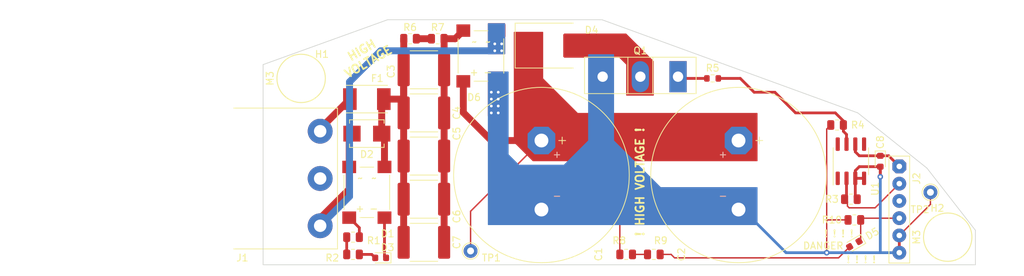
<source format=kicad_pcb>
(kicad_pcb (version 20211014) (generator pcbnew)
  (layers (0 "F.Cu" signal) (31 "B.Cu" signal) (34 "B.Paste" user) (35 "F.Paste" user) (36 "B.SilkS" user "B.Silkscreen") (37 "F.SilkS" user "F.Silkscreen") (38 "B.Mask" user) (39 "F.Mask" user) (44 "Edge.Cuts" user))
  (net 0 "")
  (net 1 "+VDC")
  (net 2 "GND")
  (net 3 "LINE")
  (net 4 "VAC")
  (net 5 "+12V")
  (net 6 "Net-(D1-Pad1)")
  (net 7 "Net-(D1-Pad2)")
  (net 8 "NEUT")
  (net 9 "Net-(D4-Pad2)")
  (net 10 "/IsCharged")
  (net 11 "Net-(D5-Pad2)")
  (net 12 "Net-(F1-Pad1)")
  (net 14 "/Command_{Kick}")
  (net 17 "Net-(Q1-Pad1)")
  (net 20 "Net-(D3-Pad2)")
  (net 21 "Net-(R1-Pad2)")
  (net 22 "Net-(R4-Pad1)")
  (net 23 "Net-(R6-Pad2)")
  (net 24 "Net-(R8-Pad2)")
  (footprint "Resistor_SMD:R_0805_2012Metric" (layer "F.Cu") (at 186 130.75 180)
    (fp_text reference "R4" (at -3 0) (layer "F.SilkS"))
    (fp_text value "510k")
    (fp_line (start -0.227064 -0.735) (end 0.227064 -0.735) (layer "F.SilkS") (width 0.12))
    (fp_line (start -0.227064 0.735) (end 0.227064 0.735) (layer "F.SilkS") (width 0.12))
    (pad "1" smd roundrect (at -0.9125 0 180) (size 1.025 1.4) (layers "F.Cu" "F.Paste" "F.Mask") (roundrect_rratio 0.243902439) (net 22 "Net-(R4-Pad1)"))
    (pad "2" smd roundrect (at 0.9125 0 180) (size 1.025 1.4) (layers "F.Cu" "F.Paste" "F.Mask") (roundrect_rratio 0.243902439) (net 2 "GND"))
  )
  (footprint "TestPoint:TestPoint_THTPad_D2.0mm_Drill1.0mm" (layer "F.Cu") (at 133 149)
    (fp_text reference "TP1" (at 3 1) (layer "F.SilkS"))
    (fp_text value "+HV")
    (fp_circle (center 0 0) (end 0 1.2) (layer "F.SilkS") (width 0.12) (fill none))
    (pad "1" thru_hole circle (at 0 0) (size 2 2) (drill 1) (layers *.Cu *.Mask) (net 1 "+VDC"))
  )
  (footprint "MountingHole:MountingHole_3.2mm_M3" (layer "F.Cu") (at 202 147)
    (fp_text reference "H2" (at -1.5 -4.2) (layer "F.SilkS"))
    (fp_text value "MountingHole")
    (pad "" np_thru_hole circle (at 0 0) (size 3.2 3.2) (drill 3.2) (layers *.Cu *.Mask))
  )
  (footprint "AT-Capacitors:CKG57N" (layer "F.Cu") (at 126.25 122.75)
    (fp_text reference "C3" (at -4.75 0.25 90) (layer "F.SilkS"))
    (fp_text value "CKG57NX7T2W225M500JH")
    (fp_line (start -2 -2.75) (end 2 -2.75) (layer "F.SilkS") (width 0.12))
    (fp_line (start -2 2.75) (end 2 2.75) (layer "F.SilkS") (width 0.12))
    (pad "1" smd roundrect (at -2.925 0) (size 1.75 4.75) (layers "F.Cu" "F.Paste" "F.Mask") (roundrect_rratio 0.1388891429) (net 3 "LINE"))
    (pad "2" smd roundrect (at 2.925 0) (size 1.75 4.75) (layers "F.Cu" "F.Paste" "F.Mask") (roundrect_rratio 0.1388891429) (net 4 "VAC"))
  )
  (footprint "Package_SO:SOIC-8_3.9x4.9mm_P1.27mm" (layer "F.Cu") (at 188 136 90)
    (fp_text reference "U1" (at -4 3.5 90) (layer "F.SilkS"))
    (fp_text value "IX4427")
    (fp_line (start 0 2.56) (end -1.95 2.56) (layer "F.SilkS") (width 0.12))
    (fp_line (start 0 2.56) (end 1.95 2.56) (layer "F.SilkS") (width 0.12))
    (fp_line (start 0 -2.56) (end 1.95 -2.56) (layer "F.SilkS") (width 0.12))
    (fp_line (start 0 -2.56) (end -3.45 -2.56) (layer "F.SilkS") (width 0.12))
    (pad "1" smd roundrect (at -2.475 -1.905 90) (size 1.95 0.6) (layers "F.Cu" "F.Paste" "F.Mask"))
    (pad "2" smd roundrect (at -2.475 -0.635 90) (size 1.95 0.6) (layers "F.Cu" "F.Paste" "F.Mask") (net 14 "/Command_{Kick}"))
    (pad "3" smd roundrect (at -2.475 0.635 90) (size 1.95 0.6) (layers "F.Cu" "F.Paste" "F.Mask") (net 2 "GND"))
    (pad "4" smd roundrect (at -2.475 1.905 90) (size 1.95 0.6) (layers "F.Cu" "F.Paste" "F.Mask") (net 2 "GND"))
    (pad "5" smd roundrect (at 2.475 1.905 90) (size 1.95 0.6) (layers "F.Cu" "F.Paste" "F.Mask"))
    (pad "6" smd roundrect (at 2.475 0.635 90) (size 1.95 0.6) (layers "F.Cu" "F.Paste" "F.Mask") (net 5 "+12V"))
    (pad "7" smd roundrect (at 2.475 -0.635 90) (size 1.95 0.6) (layers "F.Cu" "F.Paste" "F.Mask") (net 22 "Net-(R4-Pad1)"))
    (pad "8" smd roundrect (at 2.475 -1.905 90) (size 1.95 0.6) (layers "F.Cu" "F.Paste" "F.Mask"))
  )
  (footprint "MountingHole:MountingHole_3.2mm_M3" (layer "F.Cu") (at 108.5 124)
    (fp_text reference "H1" (at 3 -3.5) (layer "F.SilkS"))
    (fp_text value "MountingHole")
    (pad "" np_thru_hole circle (at 0 0) (size 3.2 3.2) (drill 3.2) (layers *.Cu *.Mask))
  )
  (footprint "Resistor_SMD:R_0805_2012Metric" (layer "F.Cu") (at 155.5 149.5)
    (fp_text reference "R8" (at -1 -2) (layer "F.SilkS"))
    (fp_text value "510k")
    (fp_line (start -0.227064 -0.735) (end 0.227064 -0.735) (layer "F.SilkS") (width 0.12))
    (fp_line (start -0.227064 0.735) (end 0.227064 0.735) (layer "F.SilkS") (width 0.12))
    (pad "1" smd roundrect (at -0.9125 0) (size 1.025 1.4) (layers "F.Cu" "F.Paste" "F.Mask") (roundrect_rratio 0.243902439) (net 1 "+VDC"))
    (pad "2" smd roundrect (at 0.9125 0) (size 1.025 1.4) (layers "F.Cu" "F.Paste" "F.Mask") (roundrect_rratio 0.243902439) (net 24 "Net-(R8-Pad2)"))
  )
  (footprint "AT-Connectors:1x06_P2.5mm_ID0.8mm_OD2mm_TH" (layer "F.Cu") (at 195 143 -90)
    (fp_text reference "J2" (at -4.5 -2.5 -90) (layer "F.SilkS"))
    (fp_text value "~")
    (fp_line (start 7.75 -1.5) (end 7.75 1.5) (layer "F.SilkS") (width 0.12))
    (fp_line (start 7.75 -1.5) (end -7.75 -1.5) (layer "F.SilkS") (width 0.12))
    (fp_line (start -7.75 1.5) (end -7.75 -1.5) (layer "F.SilkS") (width 0.12))
    (fp_line (start 7.75 1.5) (end -7.75 1.5) (layer "F.SilkS") (width 0.12))
    (pad "1" thru_hole roundrect (at -6.25 0 90) (size 2 2) (drill 0.8) (layers *.Cu *.Mask) (roundrect_rratio 0) (chamfer_ratio 0.25) (chamfer top_left top_right bottom_left bottom_right) (net 5 "+12V"))
    (pad "2" thru_hole circle (at -3.75 0 90) (size 2 2) (drill 0.8) (layers *.Cu *.Mask) (net 14 "/Command_{Kick}"))
    (pad "3" thru_hole circle (at -1.25 0 90) (size 2 2) (drill 0.8) (layers *.Cu *.Mask))
    (pad "4" thru_hole circle (at 1.25 0 90) (size 2 2) (drill 0.8) (layers *.Cu *.Mask) (net 10 "/IsCharged"))
    (pad "5" thru_hole circle (at 3.75 0 90) (size 2 2) (drill 0.8) (layers *.Cu *.Mask) (net 2 "GND"))
    (pad "6" thru_hole circle (at 6.25 0 90) (size 2 2) (drill 0.8) (layers *.Cu *.Mask) (net 2 "GND"))
  )
  (footprint "AT-Capacitors:CKG57N" (layer "F.Cu") (at 126.25 129)
    (fp_text reference "C4" (at 4.75 0 90) (layer "F.SilkS"))
    (fp_text value "CKG57NX7T2W225M500JH")
    (fp_line (start -2 2.75) (end 2 2.75) (layer "F.SilkS") (width 0.12))
    (fp_line (start -2 -2.75) (end 2 -2.75) (layer "F.SilkS") (width 0.12))
    (pad "1" smd roundrect (at -2.925 0) (size 1.75 4.75) (layers "F.Cu" "F.Paste" "F.Mask") (roundrect_rratio 0.1388891429) (net 3 "LINE"))
    (pad "2" smd roundrect (at 2.925 0) (size 1.75 4.75) (layers "F.Cu" "F.Paste" "F.Mask") (roundrect_rratio 0.1388891429) (net 4 "VAC"))
  )
  (footprint "AT-IC:TBS" (layer "F.Cu") (at 134.5 120.75 180)
    (fp_text reference "D6" (at 1 -6 180) (layer "F.SilkS"))
    (fp_text value "TBS30M-TP")
    (fp_text user "~" (at 1 2 180 unlocked) (layer "F.SilkS"))
    (fp_text user "+" (at 1 -2.5 180 unlocked) (layer "F.SilkS"))
    (fp_text user "-" (at -1 -2.5 180 unlocked) (layer "F.SilkS"))
    (fp_text user "~" (at -1 2 180 unlocked) (layer "F.SilkS"))
    (fp_line (start 1 3.65) (end -1 3.65) (layer "F.SilkS") (width 0.12))
    (fp_line (start -3.3 2.5) (end -3.3 -2.5) (layer "F.SilkS") (width 0.12))
    (fp_line (start 3.3 -2.5) (end 3.3 2.5) (layer "F.SilkS") (width 0.12))
    (fp_line (start -1 -3.65) (end 1 -3.65) (layer "F.SilkS") (width 0.12))
    (pad "1" smd rect (at 2.55 -3.675 180) (size 2 1.8) (layers "F.Cu" "F.Paste" "F.Mask") (net 1 "+VDC"))
    (pad "2" smd rect (at -2.55 -3.675 180) (size 2 1.8) (layers "F.Cu" "F.Paste" "F.Mask") (net 2 "GND"))
    (pad "3" smd rect (at -2.55 3.675) (size 2 1.8) (layers "F.Cu" "F.Paste" "F.Mask") (net 8 "NEUT"))
    (pad "4" smd rect (at 2.55 3.675) (size 2 1.8) (layers "F.Cu" "F.Paste" "F.Mask") (net 4 "VAC"))
  )
  (footprint "Resistor_SMD:R_0805_2012Metric" (layer "F.Cu") (at 159.5 149.5)
    (fp_text reference "R9" (at 1 -2) (layer "F.SilkS"))
    (fp_text value "510k")
    (fp_line (start -0.227064 -0.735) (end 0.227064 -0.735) (layer "F.SilkS") (width 0.12))
    (fp_line (start -0.227064 0.735) (end 0.227064 0.735) (layer "F.SilkS") (width 0.12))
    (pad "1" smd roundrect (at -0.9125 0) (size 1.025 1.4) (layers "F.Cu" "F.Paste" "F.Mask") (roundrect_rratio 0.243902439) (net 24 "Net-(R8-Pad2)"))
    (pad "2" smd roundrect (at 0.9125 0) (size 1.025 1.4) (layers "F.Cu" "F.Paste" "F.Mask") (roundrect_rratio 0.243902439) (net 11 "Net-(D5-Pad2)"))
  )
  (footprint "Package_TO_SOT_THT:TO-247-3_Vertical" (layer "F.Cu") (at 163 123.75 180)
    (fp_text reference "Q1" (at 5.45 3.75) (layer "F.SilkS"))
    (fp_text value "IXXH110N65C4")
    (fp_line (start -2.62 2.82) (end 13.52 2.82) (layer "F.SilkS") (width 0.12))
    (fp_line (start -2.62 -2.451) (end 13.52 -2.451) (layer "F.SilkS") (width 0.12))
    (fp_line (start 3.646 -2.451) (end 3.646 2.82) (layer "F.SilkS") (width 0.12))
    (fp_line (start 7.255 -2.451) (end 7.255 2.82) (layer "F.SilkS") (width 0.12))
    (fp_line (start 13.52 -2.451) (end 13.52 2.82) (layer "F.SilkS") (width 0.12))
    (fp_line (start -2.62 -2.451) (end -2.62 2.82) (layer "F.SilkS") (width 0.12))
    (pad "1" thru_hole rect (at 0 0 180) (size 2.5 4.5) (drill 1.5) (layers *.Cu *.Mask) (net 17 "Net-(Q1-Pad1)"))
    (pad "2" thru_hole oval (at 5.45 0 180) (size 2.5 4.5) (drill 1.5) (layers *.Cu *.Mask) (net 9 "Net-(D4-Pad2)"))
    (pad "3" thru_hole oval (at 10.9 0 180) (size 2.5 4.5) (drill 1.5) (layers *.Cu *.Mask) (net 2 "GND"))
  )
  (footprint "LED_SMD:LED_0603_1608Metric" (layer "F.Cu") (at 192.25 136 -90)
    (fp_text reference "C8" (at -2.75 0 90) (layer "F.SilkS"))
    (fp_text value "1uF 35V")
    (fp_line (start -1.485 0.735) (end 0.8 0.735) (layer "F.SilkS") (width 0.12))
    (fp_line (start 0.8 -0.735) (end -1.485 -0.735) (layer "F.SilkS") (width 0.12))
    (fp_line (start -1.485 -0.735) (end -1.485 0.735) (layer "F.SilkS") (width 0.12))
    (pad "1" smd roundrect (at -0.7875 0 270) (size 0.875 0.95) (layers "F.Cu" "F.Paste" "F.Mask") (net 5 "+12V"))
    (pad "2" smd roundrect (at 0.7875 0 270) (size 0.875 0.95) (layers "F.Cu" "F.Paste" "F.Mask") (net 2 "GND"))
  )
  (footprint "AT-Connectors:6160.0003" (layer "F.Cu") (at 111.25 138.5 -90)
    (fp_text reference "J1" (at 11.5 11.25 180) (layer "F.SilkS"))
    (fp_text value "6160.0003")
    (fp_line (start -10.2 -2.5) (end 10.2 -2.5) (layer "F.SilkS") (width 0.12))
    (fp_line (start 10.2 -2.5) (end 10.2 12.5) (layer "F.SilkS") (width 0.12))
    (fp_line (start -10.2 12.5) (end -10.2 -2.5) (layer "F.SilkS") (width 0.12))
    (pad "G" thru_hole circle (at 0 0 270) (size 3.6 3.6) (drill 1.8) (layers *.Cu *.Mask))
    (pad "L" thru_hole circle (at -6.85 0 270) (size 3.6 3.6) (drill 1.8) (layers *.Cu *.Mask) (net 12 "Net-(F1-Pad1)"))
    (pad "N" thru_hole circle (at 6.85 0 270) (size 3.6 3.6) (drill 1.8) (layers *.Cu *.Mask) (net 8 "NEUT"))
  )
  (footprint "Resistor_SMD:R_0805_2012Metric" (layer "F.Cu") (at 188 141.5)
    (fp_text reference "R3" (at -2.75 0) (layer "F.SilkS"))
    (fp_text value "510k")
    (fp_line (start -0.227064 -0.735) (end 0.227064 -0.735) (layer "F.SilkS") (width 0.12))
    (fp_line (start -0.227064 0.735) (end 0.227064 0.735) (layer "F.SilkS") (width 0.12))
    (pad "1" smd roundrect (at -0.9125 0) (size 1.025 1.4) (layers "F.Cu" "F.Paste" "F.Mask") (roundrect_rratio 0.243902439) (net 14 "/Command_{Kick}"))
    (pad "2" smd roundrect (at 0.9125 0) (size 1.025 1.4) (layers "F.Cu" "F.Paste" "F.Mask") (roundrect_rratio 0.243902439) (net 2 "GND"))
  )
  (footprint "LED_SMD:LED_0603_1608Metric" (layer "F.Cu") (at 188.5 148 -150)
    (fp_text reference "D5" (at -3 0 30) (layer "F.SilkS"))
    (fp_text value "RED")
    (fp_line (start -1.485 0.735) (end 0.8 0.735) (layer "F.SilkS") (width 0.12))
    (fp_line (start -1.485 -0.735) (end -1.485 0.735) (layer "F.SilkS") (width 0.12))
    (fp_line (start 0.8 -0.735) (end -1.485 -0.735) (layer "F.SilkS") (width 0.12))
    (pad "1" smd roundrect (at -0.7875 0 210) (size 0.875 0.95) (layers "F.Cu" "F.Paste" "F.Mask") (net 10 "/IsCharged"))
    (pad "2" smd roundrect (at 0.7875 0 210) (size 0.875 0.95) (layers "F.Cu" "F.Paste" "F.Mask") (net 11 "Net-(D5-Pad2)"))
  )
  (footprint "AT-Capacitors:CKG57N" (layer "F.Cu") (at 126.25 147.75)
    (fp_text reference "C7" (at 4.75 0 90) (layer "F.SilkS"))
    (fp_text value "CKG57NX7T2W225M500JH")
    (fp_line (start -2 -2.75) (end 2 -2.75) (layer "F.SilkS") (width 0.12))
    (fp_line (start -2 2.75) (end 2 2.75) (layer "F.SilkS") (width 0.12))
    (pad "1" smd roundrect (at -2.925 0) (size 1.75 4.75) (layers "F.Cu" "F.Paste" "F.Mask") (roundrect_rratio 0.1388891429) (net 3 "LINE"))
    (pad "2" smd roundrect (at 2.925 0) (size 1.75 4.75) (layers "F.Cu" "F.Paste" "F.Mask") (roundrect_rratio 0.1388891429) (net 4 "VAC"))
  )
  (footprint "AT-Discrete:D_SMB_Non-Polar" (layer "F.Cu") (at 118 132)
    (fp_text reference "D2" (at 0 3 180) (layer "F.SilkS"))
    (fp_text value "SMBJ190CA/TR13")
    (fp_line (start -2.5 2) (end 2.5 2) (layer "F.SilkS") (width 0.12))
    (fp_line (start 2.5 2) (end 2.5 1.5) (layer "F.SilkS") (width 0.12))
    (fp_line (start -2.5 -2) (end -2.5 -1.5) (layer "F.SilkS") (width 0.12))
    (fp_line (start 2.5 -2) (end 2.5 -1.5) (layer "F.SilkS") (width 0.12))
    (fp_line (start -2.5 2) (end -2.5 1.5) (layer "F.SilkS") (width 0.12))
    (fp_line (start -2.5 -2) (end 2.5 -2) (layer "F.SilkS") (width 0.12))
    (pad "1" smd rect (at -2.15 0) (size 2.5 2.3) (layers "F.Cu" "F.Paste" "F.Mask") (net 8 "NEUT"))
    (pad "2" smd rect (at 2.15 0) (size 2.5 2.3) (layers "F.Cu" "F.Paste" "F.Mask") (net 3 "LINE"))
  )
  (footprint "AT-Capacitors:CKG57N" (layer "F.Cu") (at 126.25 135.25)
    (fp_text reference "C5" (at 4.75 -3.25 90) (layer "F.SilkS"))
    (fp_text value "CKG57NX7T2W225M500JH")
    (fp_line (start -2 2.75) (end 2 2.75) (layer "F.SilkS") (width 0.12))
    (fp_line (start -2 -2.75) (end 2 -2.75) (layer "F.SilkS") (width 0.12))
    (pad "1" smd roundrect (at -2.925 0) (size 1.75 4.75) (layers "F.Cu" "F.Paste" "F.Mask") (roundrect_rratio 0.1388891429) (net 3 "LINE"))
    (pad "2" smd roundrect (at 2.925 0) (size 1.75 4.75) (layers "F.Cu" "F.Paste" "F.Mask") (roundrect_rratio 0.1388891429) (net 4 "VAC"))
  )
  (footprint "Resistor_SMD:R_0805_2012Metric" (layer "F.Cu") (at 124.25 118.25)
    (fp_text reference "R6" (at 0 -1.65) (layer "F.SilkS"))
    (fp_text value "510k")
    (fp_line (start -0.227064 -0.735) (end 0.227064 -0.735) (layer "F.SilkS") (width 0.12))
    (fp_line (start -0.227064 0.735) (end 0.227064 0.735) (layer "F.SilkS") (width 0.12))
    (pad "1" smd roundrect (at -0.9125 0) (size 1.025 1.4) (layers "F.Cu" "F.Paste" "F.Mask") (roundrect_rratio 0.243902439) (net 3 "LINE"))
    (pad "2" smd roundrect (at 0.9125 0) (size 1.025 1.4) (layers "F.Cu" "F.Paste" "F.Mask") (roundrect_rratio 0.243902439) (net 23 "Net-(R6-Pad2)"))
  )
  (footprint "Resistor_SMD:R_0603_1608Metric" (layer "F.Cu") (at 168 124 180)
    (fp_text reference "R5" (at 0 1.5) (layer "F.SilkS"))
    (fp_text value "10")
    (fp_line (start -0.237258 -0.5225) (end 0.237258 -0.5225) (layer "F.SilkS") (width 0.12))
    (fp_line (start -0.237258 0.5225) (end 0.237258 0.5225) (layer "F.SilkS") (width 0.12))
    (pad "1" smd roundrect (at -0.825 0 180) (size 0.8 0.95) (layers "F.Cu" "F.Paste" "F.Mask") (net 22 "Net-(R4-Pad1)"))
    (pad "2" smd roundrect (at 0.825 0 180) (size 0.8 0.95) (layers "F.Cu" "F.Paste" "F.Mask") (net 17 "Net-(Q1-Pad1)"))
  )
  (footprint "TestPoint:TestPoint_THTPad_D2.0mm_Drill1.0mm" (layer "F.Cu") (at 199.5 140.5)
    (fp_text reference "TP2" (at -1.5 2.5) (layer "F.SilkS"))
    (fp_text value "GND")
    (fp_circle (center 0 0) (end 0 1.2) (layer "F.SilkS") (width 0.12) (fill none))
    (pad "1" thru_hole circle (at 0 0) (size 2 2) (drill 1) (layers *.Cu *.Mask) (net 2 "GND"))
  )
  (footprint "Resistor_SMD:R_0805_2012Metric" (layer "F.Cu") (at 116 147 180)
    (fp_text reference "R1" (at -3 -0.5) (layer "F.SilkS"))
    (fp_text value "510k")
    (fp_line (start -0.227064 0.735) (end 0.227064 0.735) (layer "F.SilkS") (width 0.12))
    (fp_line (start -0.227064 -0.735) (end 0.227064 -0.735) (layer "F.SilkS") (width 0.12))
    (pad "1" smd roundrect (at -0.9125 0 180) (size 1.025 1.4) (layers "F.Cu" "F.Paste" "F.Mask") (roundrect_rratio 0.243902439) (net 6 "Net-(D1-Pad1)"))
    (pad "2" smd roundrect (at 0.9125 0 180) (size 1.025 1.4) (layers "F.Cu" "F.Paste" "F.Mask") (roundrect_rratio 0.243902439) (net 21 "Net-(R1-Pad2)"))
  )
  (footprint "AT-Fuses:Fuse_2410_6125Metric" (layer "F.Cu") (at 118 127)
    (fp_text reference "F1" (at 1.5 -3 180) (layer "F.SilkS"))
    (fp_text value "TR1-2410TD1-5-R")
    (fp_line (start -3 -2) (end 3 -2) (layer "F.SilkS") (width 0.12))
    (fp_line (start -3 2) (end 3 2) (layer "F.SilkS") (width 0.12))
    (pad "1" smd rect (at -2.455 0) (size 1.96 3.15) (layers "F.Cu" "F.Paste" "F.Mask") (net 12 "Net-(F1-Pad1)"))
    (pad "2" smd rect (at 2.455 0) (size 1.96 3.15) (layers "F.Cu" "F.Paste" "F.Mask") (net 3 "LINE"))
  )
  (footprint "Resistor_SMD:R_0805_2012Metric" (layer "F.Cu") (at 128.25 118.25)
    (fp_text reference "R7" (at 0 -1.65) (layer "F.SilkS"))
    (fp_text value "510k")
    (fp_line (start -0.227064 0.735) (end 0.227064 0.735) (layer "F.SilkS") (width 0.12))
    (fp_line (start -0.227064 -0.735) (end 0.227064 -0.735) (layer "F.SilkS") (width 0.12))
    (pad "1" smd roundrect (at -0.9125 0) (size 1.025 1.4) (layers "F.Cu" "F.Paste" "F.Mask") (roundrect_rratio 0.243902439) (net 23 "Net-(R6-Pad2)"))
    (pad "2" smd roundrect (at 0.9125 0) (size 1.025 1.4) (layers "F.Cu" "F.Paste" "F.Mask") (roundrect_rratio 0.243902439) (net 4 "VAC"))
  )
  (footprint "Resistor_SMD:R_0805_2012Metric" (layer "F.Cu") (at 188.5 144.5 180)
    (fp_text reference "R10" (at 3.25 0) (layer "F.SilkS"))
    (fp_text value "16k")
    (fp_line (start -0.227064 -0.735) (end 0.227064 -0.735) (layer "F.SilkS") (width 0.12))
    (fp_line (start -0.227064 0.735) (end 0.227064 0.735) (layer "F.SilkS") (width 0.12))
    (pad "1" smd roundrect (at -0.9125 0 180) (size 1.025 1.4) (layers "F.Cu" "F.Paste" "F.Mask") (roundrect_rratio 0.243902439) (net 10 "/IsCharged"))
    (pad "2" smd roundrect (at 0.9125 0 180) (size 1.025 1.4) (layers "F.Cu" "F.Paste" "F.Mask") (roundrect_rratio 0.243902439) (net 2 "GND"))
  )
  (footprint "AT-Capacitors:CP_Radial_D25.40mm_P10.00mm" (layer "F.Cu") (at 143.25 138 -90)
    (fp_text reference "C1" (at 11.5 -8.25 90) (layer "F.SilkS"))
    (fp_text value "ESMQ201VSN102MQ35S")
    (fp_line (start -5.5 -3) (end -4.5 -3) (layer "F.SilkS") (width 0.12))
    (fp_line (start -5 -3.5) (end -5 -2.5) (layer "F.SilkS") (width 0.12))
    (fp_circle (center 0 0) (end 12.7 0) (layer "F.SilkS") (width 0.12) (fill none))
    (pad "1" thru_hole roundrect (at -5 0 270) (size 4 4) (drill 2) (layers *.Cu *.Mask) (roundrect_rratio 0) (chamfer_ratio 0.25) (chamfer top_left top_right bottom_left bottom_right) (net 1 "+VDC"))
    (pad "2" thru_hole circle (at 5 0 270) (size 4 4) (drill 2) (layers *.Cu *.Mask) (net 2 "GND"))
  )
  (footprint "LED_SMD:LED_0603_1608Metric" (layer "F.Cu") (at 120 150 180)
    (fp_text reference "D3" (at -1 1.5 180) (layer "F.SilkS"))
    (fp_text value "RED")
    (fp_line (start -1.485 0.735) (end 0.8 0.735) (layer "F.SilkS") (width 0.12))
    (fp_line (start -1.485 -0.735) (end -1.485 0.735) (layer "F.SilkS") (width 0.12))
    (fp_line (start 0.8 -0.735) (end -1.485 -0.735) (layer "F.SilkS") (width 0.12))
    (pad "1" smd roundrect (at -0.7875 0 180) (size 0.875 0.95) (layers "F.Cu" "F.Paste" "F.Mask") (net 7 "Net-(D1-Pad2)"))
    (pad "2" smd roundrect (at 0.7875 0 180) (size 0.875 0.95) (layers "F.Cu" "F.Paste" "F.Mask") (net 20 "Net-(D3-Pad2)"))
  )
  (footprint "Diode_SMD:D_SMC" (layer "F.Cu") (at 144.25 119.25)
    (fp_text reference "D4" (at 6.25 -2.25) (layer "F.SilkS"))
    (fp_text value "FR3G_R1_00001")
    (fp_line (start -4.8 -3.25) (end 3.6 -3.25) (layer "F.SilkS") (width 0.12))
    (fp_line (start -4.8 3.25) (end 3.6 3.25) (layer "F.SilkS") (width 0.12))
    (fp_line (start -4.8 3.25) (end -4.8 -3.25) (layer "F.SilkS") (width 0.12))
    (pad "1" smd rect (at -3.4 0 90) (size 3.3 2.5) (layers "F.Cu" "F.Paste" "F.Mask") (net 1 "+VDC"))
    (pad "2" smd rect (at 3.4 0 90) (size 3.3 2.5) (layers "F.Cu" "F.Paste" "F.Mask") (net 9 "Net-(D4-Pad2)"))
  )
  (footprint "AT-IC:TBS" (layer "F.Cu") (at 118 140.5 180)
    (fp_text reference "D1" (at -3 -6 180) (layer "F.SilkS"))
    (fp_text value "TBS30M-TP")
    (fp_text user "~" (at 1 2 180 unlocked) (layer "F.SilkS"))
    (fp_text user "+" (at 1 -2.5 180 unlocked) (layer "F.SilkS"))
    (fp_text user "~" (at -1 2 180 unlocked) (layer "F.SilkS"))
    (fp_text user "-" (at -1 -2.5 180 unlocked) (layer "F.SilkS"))
    (fp_line (start 3.3 -2.5) (end 3.3 2.5) (layer "F.SilkS") (width 0.12))
    (fp_line (start -3.3 2.5) (end -3.3 -2.5) (layer "F.SilkS") (width 0.12))
    (fp_line (start -1 -3.65) (end 1 -3.65) (layer "F.SilkS") (width 0.12))
    (fp_line (start 1 3.65) (end -1 3.65) (layer "F.SilkS") (width 0.12))
    (pad "1" smd rect (at 2.55 -3.675 180) (size 2 1.8) (layers "F.Cu" "F.Paste" "F.Mask") (net 6 "Net-(D1-Pad1)"))
    (pad "2" smd rect (at -2.55 -3.675 180) (size 2 1.8) (layers "F.Cu" "F.Paste" "F.Mask") (net 7 "Net-(D1-Pad2)"))
    (pad "3" smd rect (at -2.55 3.675) (size 2 1.8) (layers "F.Cu" "F.Paste" "F.Mask") (net 3 "LINE"))
    (pad "4" smd rect (at 2.55 3.675) (size 2 1.8) (layers "F.Cu" "F.Paste" "F.Mask") (net 8 "NEUT"))
  )
  (footprint "AT-Capacitors:CKG57N" (layer "F.Cu") (at 126.25 141.5)
    (fp_text reference "C6" (at 4.75 2.5 90) (layer "F.SilkS"))
    (fp_text value "CKG57NX7T2W225M500JH")
    (fp_line (start -2 2.75) (end 2 2.75) (layer "F.SilkS") (width 0.12))
    (fp_line (start -2 -2.75) (end 2 -2.75) (layer "F.SilkS") (width 0.12))
    (pad "1" smd roundrect (at -2.925 0) (size 1.75 4.75) (layers "F.Cu" "F.Paste" "F.Mask") (roundrect_rratio 0.1388891429) (net 3 "LINE"))
    (pad "2" smd roundrect (at 2.925 0) (size 1.75 4.75) (layers "F.Cu" "F.Paste" "F.Mask") (roundrect_rratio 0.1388891429) (net 4 "VAC"))
  )
  (footprint "Resistor_SMD:R_0805_2012Metric" (layer "F.Cu") (at 116 149.5)
    (fp_text reference "R2" (at -3 0.5) (layer "F.SilkS"))
    (fp_text value "510k")
    (fp_line (start -0.227064 -0.735) (end 0.227064 -0.735) (layer "F.SilkS") (width 0.12))
    (fp_line (start -0.227064 0.735) (end 0.227064 0.735) (layer "F.SilkS") (width 0.12))
    (pad "1" smd roundrect (at -0.9125 0) (size 1.025 1.4) (layers "F.Cu" "F.Paste" "F.Mask") (roundrect_rratio 0.243902439) (net 21 "Net-(R1-Pad2)"))
    (pad "2" smd roundrect (at 0.9125 0) (size 1.025 1.4) (layers "F.Cu" "F.Paste" "F.Mask") (roundrect_rratio 0.243902439) (net 20 "Net-(D3-Pad2)"))
  )
  (footprint "AT-Capacitors:CP_Radial_D25.40mm_P10.00mm" (layer "F.Cu") (at 171.75 138 -90)
    (fp_text reference "C2" (at 11.5 8.25 90) (layer "F.SilkS"))
    (fp_text value "ESMQ201VSN102MQ35S")
    (fp_line (start -5 -3.5) (end -5 -2.5) (layer "F.SilkS") (width 0.12))
    (fp_line (start -5.5 -3) (end -4.5 -3) (layer "F.SilkS") (width 0.12))
    (fp_circle (center 0 0) (end 12.7 0) (layer "F.SilkS") (width 0.12) (fill none))
    (pad "1" thru_hole roundrect (at -5 0 270) (size 4 4) (drill 2) (layers *.Cu *.Mask) (roundrect_rratio 0) (chamfer_ratio 0.25) (chamfer top_left top_right bottom_left bottom_right) (net 1 "+VDC"))
    (pad "2" thru_hole circle (at 5 0 270) (size 4 4) (drill 2) (layers *.Cu *.Mask) (net 2 "GND"))
  )
  (gr_circle (center 202 147) (end 198.5 147) (layer "F.SilkS") (width 0.15) (fill none))
  (gr_circle (center 108.5 124) (end 105 124) (layer "F.SilkS") (width 0.15) (fill none))
  (gr_line (start 199 137) (end 189 129) (layer "Edge.Cuts") (width 0.1))
  (gr_line (start 103 122) (end 121 115.5) (layer "Edge.Cuts") (width 0.1))
  (gr_line (start 152 115.5) (end 189 129) (layer "Edge.Cuts") (width 0.1))
  (gr_line (start 206 146) (end 199 137) (layer "Edge.Cuts") (width 0.1))
  (gr_line (start 206 146) (end 206 151) (layer "Edge.Cuts") (width 0.1))
  (gr_line (start 121 115.5) (end 152 115.5) (layer "Edge.Cuts") (width 0.1))
  (gr_line (start 103 151) (end 206 151) (layer "Edge.Cuts") (width 0.1))
  (gr_line (start 103 122) (end 103 151) (layer "Edge.Cuts") (width 0.1))
  (gr_text "+" (at 145.5 135) (layer "B.SilkS") (effects (font (size 1 1)) (justify mirror)))
  (gr_text "-" (at 169.5 141) (layer "B.SilkS") (effects (font (size 1 1)) (justify mirror)))
  (gr_text "-" (at 145.5 141) (layer "B.SilkS") (effects (font (size 1 1)) (justify mirror)))
  (gr_text "+" (at 169.5 135) (layer "B.SilkS") (effects (font (size 1 1)) (justify mirror)))
  (gr_text "! HIGH VOLTAGE !" (at 157.5 139 90) (layer "F.SilkS") (effects (font (size 1.2 1.2) (thickness 0.25))))
  (gr_text "! ! ! !" (at 189.5 150.25) (layer "F.SilkS") (effects (font (size 1 1))))
  (gr_text "M3" (at 197.5 147 90) (layer "F.SilkS") (effects (font (size 1 1))))
  (gr_text "DANGER" (at 184 148.25) (layer "F.SilkS") (effects (font (size 1 1))))
  (gr_text "HIGH\nVOLTAGE" (at 117.75 120.75 30) (layer "F.SilkS") (effects (font (size 1.2 1.2) (thickness 0.25))))
  (gr_text "M3" (at 104 124 90) (layer "F.SilkS") (effects (font (size 1 1))))
  (gr_text "! ! ! !" (at 186.25 146.5) (layer "F.SilkS") (effects (font (size 1 1))))
  (segment (start 133 149) (end 133 143.25) (width 0.2) (layer "F.Cu") (net 1))
  (segment (start 154.5875 149.5) (end 154.5875 135.6625) (width 0.2) (layer "F.Cu") (net 1))
  (segment (start 133 143.25) (end 143.25 133) (width 0.2) (layer "F.Cu") (net 1))
  (segment (start 136 133) (end 143.25 133) (width 1) (layer "F.Cu") (net 1))
  (segment (start 131.95 124.425) (end 131.95 128.95) (width 1) (layer "F.Cu") (net 1))
  (segment (start 131.95 128.95) (end 136 133) (width 1) (layer "F.Cu") (net 1))
  (segment (start 192.25 138.25) (end 192.25 136.7875) (width 0.4) (layer "F.Cu") (net 2))
  (segment (start 185.0875 130.75) (end 184.5 131.3375) (width 0.2) (layer "F.Cu") (net 2))
  (segment (start 188.635 141.2225) (end 188.9125 141.5) (width 0.4) (layer "F.Cu") (net 2))
  (segment (start 188.635 138.475) (end 189.905 138.475) (width 0.4) (layer "F.Cu") (net 2))
  (segment (start 184.5 131.3375) (end 184.5 148) (width 0.2) (layer "F.Cu") (net 2))
  (segment (start 195 149.25) (end 195 146.75) (width 0.4) (layer "F.Cu") (net 2))
  (segment (start 188.635 138.475) (end 188.635 137.365) (width 0.4) (layer "F.Cu") (net 2))
  (segment (start 184.5 148) (end 184.5 149.25) (width 0.2) (layer "F.Cu") (net 2))
  (segment (start 188.635 138.475) (end 188.635 141.2225) (width 0.4) (layer "F.Cu") (net 2))
  (segment (start 189.2125 136.7875) (end 192.25 136.7875) (width 0.4) (layer "F.Cu") (net 2))
  (segment (start 199.5 140.5) (end 199.5 142.25) (width 0.2) (layer "F.Cu") (net 2))
  (segment (start 188.635 137.365) (end 189.2125 136.7875) (width 0.4) (layer "F.Cu") (net 2))
  (segment (start 184.5 144.5) (end 187.5875 144.5) (width 0.2) (layer "F.Cu") (net 2))
  (segment (start 192.25 136.7875) (end 192.25 137.75) (width 0.4) (layer "F.Cu") (net 2))
  (segment (start 199.5 142.25) (end 195 146.75) (width 0.2) (layer "F.Cu") (net 2))
  (via (at 136 127) (size 0.8) (drill 0.4) (layers "F.Cu" "B.Cu") (net 2))
  (via (at 184.5 149.25) (size 0.8) (drill 0.4) (layers "F.Cu" "B.Cu") (net 2))
  (via (at 192.25 138.25) (size 0.8) (drill 0.4) (layers "F.Cu" "B.Cu") (net 2))
  (via (at 137 129) (size 0.8) (drill 0.4) (layers "F.Cu" "B.Cu") (net 2))
  (via (at 137 126) (size 0.8) (drill 0.4) (layers "F.Cu" "B.Cu") (net 2))
  (via (at 137 127) (size 0.8) (drill 0.4) (layers "F.Cu" "B.Cu") (net 2))
  (via (at 137 128) (size 0.8) (drill 0.4) (layers "F.Cu" "B.Cu") (net 2))
  (via (at 136 126) (size 0.8) (drill 0.4) (layers "F.Cu" "B.Cu") (net 2))
  (via (at 136 129) (size 0.8) (drill 0.4) (layers "F.Cu" "B.Cu") (net 2))
  (via (at 136 128) (size 0.8) (drill 0.4) (layers "F.Cu" "B.Cu") (net 2))
  (segment (start 171.75 143) (end 172.375 143) (width 0.4) (layer "B.Cu") (net 2))
  (segment (start 172.375 143) (end 178.625 149.25) (width 0.4) (layer "B.Cu") (net 2))
  (segment (start 192.25 138.25) (end 192.25 149.25) (width 0.4) (layer "B.Cu") (net 2))
  (segment (start 178.625 149.25) (end 195 149.25) (width 0.4) (layer "B.Cu") (net 2))
  (segment (start 123.3375 122.7375) (end 123.325 122.75) (width 1) (layer "F.Cu") (net 3))
  (segment (start 123.325 135.25) (end 123.325 141.5) (width 1) (layer "F.Cu") (net 3))
  (segment (start 123.325 122.75) (end 123.325 129) (width 1) (layer "F.Cu") (net 3))
  (segment (start 120.55 136.825) (end 120.55 132.4) (width 1) (layer "F.Cu") (net 3))
  (segment (start 123.3375 118.25) (end 123.3375 122.7375) (width 1) (layer "F.Cu") (net 3))
  (segment (start 120.455 127) (end 123.325 127) (width 1) (layer "F.Cu") (net 3))
  (segment (start 123.325 127) (end 123.325 122.75) (width 1) (layer "F.Cu") (net 3))
  (segment (start 120.55 132.4) (end 120.15 132) (width 1) (layer "F.Cu") (net 3))
  (segment (start 123.325 129) (end 123.325 135.25) (width 1) (layer "F.Cu") (net 3))
  (segment (start 123.325 141.5) (end 123.325 147.75) (width 1) (layer "F.Cu") (net 3))
  (segment (start 120.15 127.305) (end 120.455 127) (width 1) (layer "F.Cu") (net 3))
  (segment (start 120.15 132) (end 120.15 127.305) (width 1) (layer "F.Cu") (net 3))
  (segment (start 129.175 122.75) (end 129.175 129) (width 1) (layer "F.Cu") (net 4))
  (segment (start 130.775 118.25) (end 131.95 117.075) (width 1) (layer "F.Cu") (net 4))
  (segment (start 129.1625 118.25) (end 130.775 118.25) (width 1) (layer "F.Cu") (net 4))
  (segment (start 129.175 122.75) (end 129.175 118.2625) (width 1) (layer "F.Cu") (net 4))
  (segment (start 129.175 147.75) (end 129.175 141.5) (width 1) (layer "F.Cu") (net 4))
  (segment (start 129.175 118.2625) (end 129.1625 118.25) (width 1) (layer "F.Cu") (net 4))
  (segment (start 129.175 135.25) (end 129.175 141.5) (width 1) (layer "F.Cu") (net 4))
  (segment (start 129.175 129) (end 129.175 135.25) (width 1) (layer "F.Cu") (net 4))
  (segment (start 192.25 135.2125) (end 193.4625 135.2125) (width 0.4) (layer "F.Cu") (net 5))
  (segment (start 188.635 134.635) (end 189.2125 135.2125) (width 0.4) (layer "F.Cu") (net 5))
  (segment (start 188.635 133.525) (end 188.635 134.635) (width 0.4) (layer "F.Cu") (net 5))
  (segment (start 193.4625 135.2125) (end 195 136.75) (width 0.4) (layer "F.Cu") (net 5))
  (segment (start 189.2125 135.2125) (end 192.25 135.2125) (width 0.4) (layer "F.Cu") (net 5))
  (segment (start 115.45 144.175) (end 116.9125 145.6375) (width 0.4) (layer "F.Cu") (net 6))
  (segment (start 116.9125 145.6375) (end 116.9125 147) (width 0.4) (layer "F.Cu") (net 6))
  (segment (start 120.55 149.7625) (end 120.55 144.175) (width 0.4) (layer "F.Cu") (net 7))
  (segment (start 120.7875 150) (end 120.55 149.7625) (width 0.4) (layer "F.Cu") (net 7))
  (segment (start 111.25 144.25) (end 111.25 145.35) (width 1) (layer "F.Cu") (net 8))
  (segment (start 115.45 136.825) (end 115.45 140.05) (width 1) (layer "F.Cu") (net 8))
  (segment (start 115.45 132.4) (end 115.85 132) (width 1) (layer "F.Cu") (net 8))
  (segment (start 115.45 140.05) (end 111.25 144.25) (width 1) (layer "F.Cu") (net 8))
  (segment (start 115.45 136.825) (end 115.45 132.4) (width 1) (layer "F.Cu") (net 8))
  (via (at 137.5 119) (size 0.8) (drill 0.4) (layers "F.Cu" "B.Cu") (net 8))
  (via (at 136.5 119) (size 0.8) (drill 0.4) (layers "F.Cu" "B.Cu") (net 8))
  (via (at 137.5 120) (size 0.8) (drill 0.4) (layers "F.Cu" "B.Cu") (net 8))
  (via (at 136.5 120) (size 0.8) (drill 0.4) (layers "F.Cu" "B.Cu") (net 8))
  (segment (start 115.5 141.1) (end 115.5 124.5) (width 1) (layer "B.Cu") (net 8))
  (segment (start 115.5 124.5) (end 120 120) (width 1) (layer "B.Cu") (net 8))
  (segment (start 120 120) (end 136.5 120) (width 1) (layer "B.Cu") (net 8))
  (segment (start 111.25 145.35) (end 115.5 141.1) (width 1) (layer "B.Cu") (net 8))
  (segment (start 189.6625 144.25) (end 189.4125 144.5) (width 0.2) (layer "F.Cu") (net 10))
  (segment (start 189.4125 144.5) (end 189.4125 147.375745) (width 0.2) (layer "F.Cu") (net 10))
  (segment (start 195 144.25) (end 189.6625 144.25) (width 0.2) (layer "F.Cu") (net 10))
  (segment (start 189.4125 147.375745) (end 189.181995 147.60625) (width 0.2) (layer "F.Cu") (net 10))
  (segment (start 187.818005 148.39375) (end 186.211755 150) (width 0.2) (layer "F.Cu") (net 11))
  (segment (start 162 149.5) (end 160.4125 149.5) (width 0.2) (layer "F.Cu") (net 11))
  (segment (start 186.211755 150) (end 162.5 150) (width 0.2) (layer "F.Cu") (net 11))
  (segment (start 162.5 150) (end 162 149.5) (width 0.2) (layer "F.Cu") (net 11))
  (segment (start 111.25 131.65) (end 111.25 131.295) (width 1) (layer "F.Cu") (net 12))
  (segment (start 111.25 131.295) (end 115.545 127) (width 1) (layer "F.Cu") (net 12))
  (segment (start 187.5 142.5) (end 187.5 141.9125) (width 0.2) (layer "F.Cu") (net 14))
  (segment (start 195 139.25) (end 191.5 142.75) (width 0.2) (layer "F.Cu") (net 14))
  (segment (start 191.5 142.75) (end 187.75 142.75) (width 0.2) (layer "F.Cu") (net 14))
  (segment (start 187.75 142.75) (end 187.5 142.5) (width 0.2) (layer "F.Cu") (net 14))
  (segment (start 187.5 141.9125) (end 187.0875 141.5) (width 0.2) (layer "F.Cu") (net 14))
  (segment (start 187.365 141.2225) (end 187.0875 141.5) (width 0.4) (layer "F.Cu") (net 14))
  (segment (start 187.365 138.475) (end 187.365 141.2225) (width 0.4) (layer "F.Cu") (net 14))
  (segment (start 163.25 124) (end 167.175 124) (width 0.4) (layer "F.Cu") (net 17))
  (segment (start 163 123.75) (end 163.25 124) (width 0.4) (layer "F.Cu") (net 17))
  (segment (start 116.9125 149.5) (end 118.7125 149.5) (width 0.4) (layer "F.Cu") (net 20))
  (segment (start 118.7125 149.5) (end 119.2125 150) (width 0.4) (layer "F.Cu") (net 20))
  (segment (start 115.0875 149.5) (end 115.0875 147) (width 0.4) (layer "F.Cu") (net 21))
  (segment (start 187.365 132.115) (end 187.365 133.525) (width 0.4) (layer "F.Cu") (net 22))
  (segment (start 174 126) (end 177 126) (width 0.4) (layer "F.Cu") (net 22))
  (segment (start 177 126) (end 180 129) (width 0.4) (layer "F.Cu") (net 22))
  (segment (start 186.9125 130.1625) (end 186.9125 130.75) (width 0.4) (layer "F.Cu") (net 22))
  (segment (start 186.9125 131.6625) (end 187.365 132.115) (width 0.4) (layer "F.Cu") (net 22))
  (segment (start 185.75 129) (end 186.9125 130.1625) (width 0.4) (layer "F.Cu") (net 22))
  (segment (start 180 129) (end 185.75 129) (width 0.4) (layer "F.Cu") (net 22))
  (segment (start 168.825 124) (end 172 124) (width 0.4) (layer "F.Cu") (net 22))
  (segment (start 186.9125 130.75) (end 186.9125 131.6625) (width 0.4) (layer "F.Cu") (net 22))
  (segment (start 172 124) (end 174 126) (width 0.4) (layer "F.Cu") (net 22))
  (segment (start 127.3375 118.25) (end 125.1625 118.25) (width 1) (layer "F.Cu") (net 23))
  (segment (start 156.4125 149.5) (end 158.5875 149.5) (width 0.2) (layer "F.Cu") (net 24))
  (zone (net 2) (net_name "GND") (layer "F.Cu") (connect_pads yes (clearance 0.508)) (min_thickness 0.12) (fill yes (thermal_gap 0.508) (thermal_bridge_width 0.508))
    (polygon (pts (xy 135.5 129.5) (xy 138 129.5) (xy 138 123) (xy 135.5 123)))
  )
  (zone (net 8) (net_name "NEUT") (layer "F.Cu") (connect_pads yes (clearance 0.508)) (min_thickness 0.12) (fill yes (thermal_gap 0.508) (thermal_bridge_width 0.508))
    (polygon (pts (xy 135.5 120.5) (xy 138 120.5) (xy 138 116) (xy 135.5 116)))
  )
  (zone (net 9) (net_name "Net-(D4-Pad2)") (layer "F.Cu") (connect_pads yes (clearance 0.508)) (min_thickness 0.12) (fill yes (thermal_gap 0.508) (thermal_bridge_width 0.508))
    (polygon (pts (xy 159.5 121.5) (xy 159.5 126.5) (xy 155.5 126.5) (xy 155.5 122) (xy 154.5 121) (xy 146.5 121) (xy 146.5 117.5) (xy 155.5 117.5)))
  )
  (zone (net 1) (net_name "+VDC") (layer "F.Cu") (connect_pads yes (clearance 0.508)) (min_thickness 0.12) (fill yes (thermal_gap 0.508) (thermal_bridge_width 0.508))
    (polygon (pts (xy 143.5 124) (xy 148.5 129) (xy 174.5 129) (xy 174.5 136) (xy 142 136) (xy 139.25 133.25) (xy 139.25 117.25) (xy 143.5 117.25)))
  )
  (zone (net 2) (net_name "GND") (layer "B.Cu") (connect_pads yes (clearance 0.508)) (min_thickness 0.12) (fill yes (thermal_gap 0.508) (thermal_bridge_width 0.508))
    (polygon (pts (xy 153.75 120.5) (xy 153.75 133) (xy 160.5 139.75) (xy 174.5 139.75) (xy 174.5 145.25) (xy 135.5 145.25) (xy 135.5 123) (xy 138.5 123) (xy 138.5 135) (xy 140 136.5) (xy 146.5 136.5) (xy 150 133) (xy 150 120.5)))
  )
  (zone (net 8) (net_name "NEUT") (layer "B.Cu") (connect_pads yes (clearance 0.508)) (min_thickness 0.12) (fill yes (thermal_gap 0.508) (thermal_bridge_width 0.508))
    (polygon (pts (xy 138 120.5) (xy 135.5 120.5) (xy 135.5 116) (xy 138 116)))
  )
)
</source>
